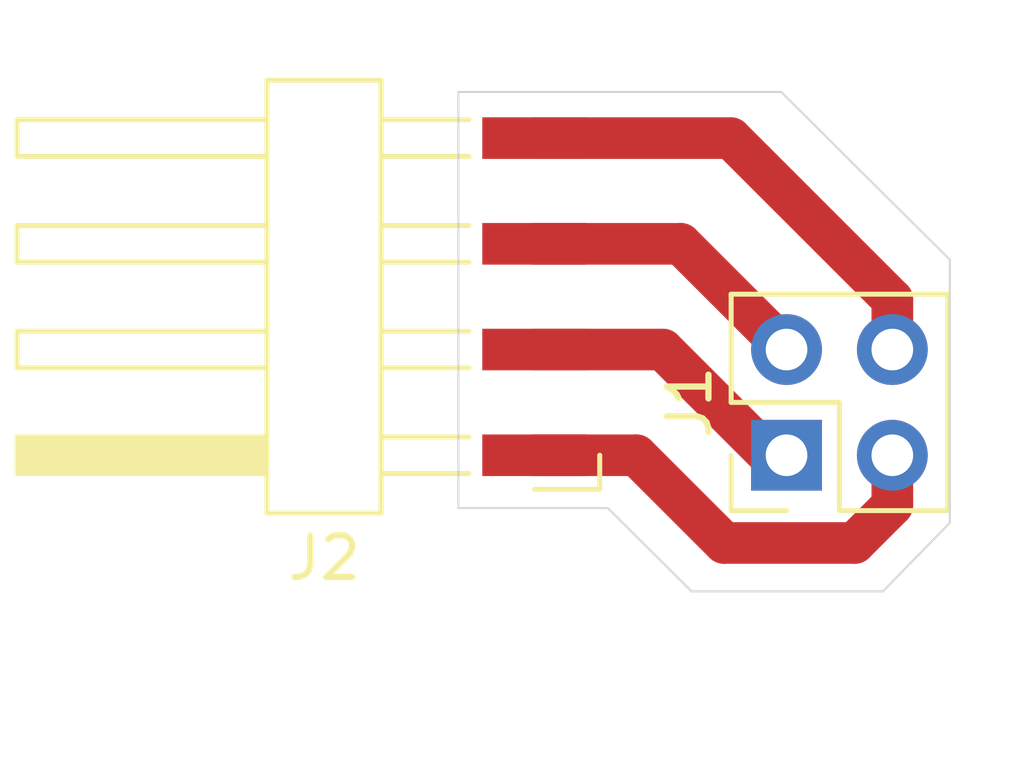
<source format=kicad_pcb>
(kicad_pcb (version 20171130) (host pcbnew 5.1.5+dfsg1-2build2)

  (general
    (thickness 1.6)
    (drawings 8)
    (tracks 13)
    (zones 0)
    (modules 2)
    (nets 5)
  )

  (page A4)
  (layers
    (0 F.Cu signal)
    (31 B.Cu signal)
    (32 B.Adhes user)
    (33 F.Adhes user)
    (34 B.Paste user)
    (35 F.Paste user)
    (36 B.SilkS user)
    (37 F.SilkS user)
    (38 B.Mask user)
    (39 F.Mask user)
    (40 Dwgs.User user)
    (41 Cmts.User user)
    (42 Eco1.User user)
    (43 Eco2.User user)
    (44 Edge.Cuts user)
    (45 Margin user)
    (46 B.CrtYd user)
    (47 F.CrtYd user)
    (48 B.Fab user)
    (49 F.Fab user)
  )

  (setup
    (last_trace_width 1)
    (user_trace_width 1)
    (trace_clearance 0.5)
    (zone_clearance 0.508)
    (zone_45_only no)
    (trace_min 0.2)
    (via_size 0.8)
    (via_drill 0.4)
    (via_min_size 0.4)
    (via_min_drill 0.3)
    (uvia_size 0.3)
    (uvia_drill 0.1)
    (uvias_allowed no)
    (uvia_min_size 0.2)
    (uvia_min_drill 0.1)
    (edge_width 0.05)
    (segment_width 0.2)
    (pcb_text_width 0.3)
    (pcb_text_size 1.5 1.5)
    (mod_edge_width 0.12)
    (mod_text_size 1 1)
    (mod_text_width 0.15)
    (pad_size 1.524 1.524)
    (pad_drill 0.762)
    (pad_to_mask_clearance 0.051)
    (solder_mask_min_width 0.25)
    (aux_axis_origin 0 0)
    (visible_elements FFFFFF7F)
    (pcbplotparams
      (layerselection 0x01000_7fffffff)
      (usegerberextensions false)
      (usegerberattributes false)
      (usegerberadvancedattributes false)
      (creategerberjobfile false)
      (excludeedgelayer true)
      (linewidth 0.100000)
      (plotframeref false)
      (viasonmask false)
      (mode 1)
      (useauxorigin false)
      (hpglpennumber 1)
      (hpglpenspeed 20)
      (hpglpendiameter 15.000000)
      (psnegative false)
      (psa4output false)
      (plotreference true)
      (plotvalue true)
      (plotinvisibletext false)
      (padsonsilk false)
      (subtractmaskfromsilk false)
      (outputformat 1)
      (mirror false)
      (drillshape 0)
      (scaleselection 1)
      (outputdirectory "plot/"))
  )

  (net 0 "")
  (net 1 "Net-(J1-Pad1)")
  (net 2 "Net-(J1-Pad2)")
  (net 3 "Net-(J1-Pad3)")
  (net 4 "Net-(J1-Pad4)")

  (net_class Default "This is the default net class."
    (clearance 0.5)
    (trace_width 0.25)
    (via_dia 0.8)
    (via_drill 0.4)
    (uvia_dia 0.3)
    (uvia_drill 0.1)
    (add_net "Net-(J1-Pad1)")
    (add_net "Net-(J1-Pad2)")
    (add_net "Net-(J1-Pad3)")
    (add_net "Net-(J1-Pad4)")
  )

  (module Connector_PinHeader_2.54mm:PinHeader_2x02_P2.54mm_Vertical (layer F.Cu) (tedit 59FED5CC) (tstamp 63D6C8D0)
    (at 108.38 98.73 90)
    (descr "Through hole straight pin header, 2x02, 2.54mm pitch, double rows")
    (tags "Through hole pin header THT 2x02 2.54mm double row")
    (path /63D6BA86)
    (fp_text reference J1 (at 1.27 -2.33 90) (layer F.SilkS)
      (effects (font (size 1 1) (thickness 0.15)))
    )
    (fp_text value Conn_02x02_Odd_Even (at 1.27 4.87 90) (layer F.Fab)
      (effects (font (size 1 1) (thickness 0.15)))
    )
    (fp_line (start 0 -1.27) (end 3.81 -1.27) (layer F.Fab) (width 0.1))
    (fp_line (start 3.81 -1.27) (end 3.81 3.81) (layer F.Fab) (width 0.1))
    (fp_line (start 3.81 3.81) (end -1.27 3.81) (layer F.Fab) (width 0.1))
    (fp_line (start -1.27 3.81) (end -1.27 0) (layer F.Fab) (width 0.1))
    (fp_line (start -1.27 0) (end 0 -1.27) (layer F.Fab) (width 0.1))
    (fp_line (start -1.33 3.87) (end 3.87 3.87) (layer F.SilkS) (width 0.12))
    (fp_line (start -1.33 1.27) (end -1.33 3.87) (layer F.SilkS) (width 0.12))
    (fp_line (start 3.87 -1.33) (end 3.87 3.87) (layer F.SilkS) (width 0.12))
    (fp_line (start -1.33 1.27) (end 1.27 1.27) (layer F.SilkS) (width 0.12))
    (fp_line (start 1.27 1.27) (end 1.27 -1.33) (layer F.SilkS) (width 0.12))
    (fp_line (start 1.27 -1.33) (end 3.87 -1.33) (layer F.SilkS) (width 0.12))
    (fp_line (start -1.33 0) (end -1.33 -1.33) (layer F.SilkS) (width 0.12))
    (fp_line (start -1.33 -1.33) (end 0 -1.33) (layer F.SilkS) (width 0.12))
    (fp_line (start -1.8 -1.8) (end -1.8 4.35) (layer F.CrtYd) (width 0.05))
    (fp_line (start -1.8 4.35) (end 4.35 4.35) (layer F.CrtYd) (width 0.05))
    (fp_line (start 4.35 4.35) (end 4.35 -1.8) (layer F.CrtYd) (width 0.05))
    (fp_line (start 4.35 -1.8) (end -1.8 -1.8) (layer F.CrtYd) (width 0.05))
    (fp_text user %R (at 1.27 1.27) (layer F.Fab)
      (effects (font (size 1 1) (thickness 0.15)))
    )
    (pad 1 thru_hole rect (at 0 0 90) (size 1.7 1.7) (drill 1) (layers *.Cu *.Mask)
      (net 1 "Net-(J1-Pad1)"))
    (pad 2 thru_hole oval (at 2.54 0 90) (size 1.7 1.7) (drill 1) (layers *.Cu *.Mask)
      (net 2 "Net-(J1-Pad2)"))
    (pad 3 thru_hole oval (at 0 2.54 90) (size 1.7 1.7) (drill 1) (layers *.Cu *.Mask)
      (net 3 "Net-(J1-Pad3)"))
    (pad 4 thru_hole oval (at 2.54 2.54 90) (size 1.7 1.7) (drill 1) (layers *.Cu *.Mask)
      (net 4 "Net-(J1-Pad4)"))
    (model ${KISYS3DMOD}/Connector_PinHeader_2.54mm.3dshapes/PinHeader_2x02_P2.54mm_Vertical.wrl
      (at (xyz 0 0 0))
      (scale (xyz 1 1 1))
      (rotate (xyz 0 0 0))
    )
  )

  (module Connector_Harwin:Harwin_M20-89004xx_1x04_P2.54mm_Horizontal (layer F.Cu) (tedit 5B154A07) (tstamp 63D6C616)
    (at 96.7994 94.9198 180)
    (descr "Harwin Male Horizontal Surface Mount Single Row 2.54mm (0.1 inch) Pitch PCB Connector, M20-89004xx, 4 Pins per row (https://cdn.harwin.com/pdfs/M20-890.pdf), generated with kicad-footprint-generator")
    (tags "connector Harwin M20-890 horizontal")
    (path /63D6AE31)
    (attr smd)
    (fp_text reference J2 (at -0.48 -6.28) (layer F.SilkS)
      (effects (font (size 1 1) (thickness 0.15)))
    )
    (fp_text value Conn_01x04 (at -0.48 6.28) (layer F.Fab)
      (effects (font (size 1 1) (thickness 0.15)))
    )
    (fp_line (start -1.725 -4.13) (end -6.425 -4.13) (layer F.Fab) (width 0.1))
    (fp_line (start -6.425 -4.13) (end -6.425 -3.49) (layer F.Fab) (width 0.1))
    (fp_line (start -6.425 -3.49) (end -1.725 -3.49) (layer F.Fab) (width 0.1))
    (fp_line (start 0.775 -4.13) (end 6.775 -4.13) (layer F.Fab) (width 0.1))
    (fp_line (start 6.775 -4.13) (end 6.775 -3.49) (layer F.Fab) (width 0.1))
    (fp_line (start 6.775 -3.49) (end 0.775 -3.49) (layer F.Fab) (width 0.1))
    (fp_line (start -1.725 -1.59) (end -6.425 -1.59) (layer F.Fab) (width 0.1))
    (fp_line (start -6.425 -1.59) (end -6.425 -0.95) (layer F.Fab) (width 0.1))
    (fp_line (start -6.425 -0.95) (end -1.725 -0.95) (layer F.Fab) (width 0.1))
    (fp_line (start 0.775 -1.59) (end 6.775 -1.59) (layer F.Fab) (width 0.1))
    (fp_line (start 6.775 -1.59) (end 6.775 -0.95) (layer F.Fab) (width 0.1))
    (fp_line (start 6.775 -0.95) (end 0.775 -0.95) (layer F.Fab) (width 0.1))
    (fp_line (start -1.725 0.95) (end -6.425 0.95) (layer F.Fab) (width 0.1))
    (fp_line (start -6.425 0.95) (end -6.425 1.59) (layer F.Fab) (width 0.1))
    (fp_line (start -6.425 1.59) (end -1.725 1.59) (layer F.Fab) (width 0.1))
    (fp_line (start 0.775 0.95) (end 6.775 0.95) (layer F.Fab) (width 0.1))
    (fp_line (start 6.775 0.95) (end 6.775 1.59) (layer F.Fab) (width 0.1))
    (fp_line (start 6.775 1.59) (end 0.775 1.59) (layer F.Fab) (width 0.1))
    (fp_line (start -1.725 3.49) (end -6.425 3.49) (layer F.Fab) (width 0.1))
    (fp_line (start -6.425 3.49) (end -6.425 4.13) (layer F.Fab) (width 0.1))
    (fp_line (start -6.425 4.13) (end -1.725 4.13) (layer F.Fab) (width 0.1))
    (fp_line (start 0.775 3.49) (end 6.775 3.49) (layer F.Fab) (width 0.1))
    (fp_line (start 6.775 3.49) (end 6.775 4.13) (layer F.Fab) (width 0.1))
    (fp_line (start 6.775 4.13) (end 0.775 4.13) (layer F.Fab) (width 0.1))
    (fp_line (start -1.725 -4.68) (end -1.325 -5.08) (layer F.Fab) (width 0.1))
    (fp_line (start -1.325 -5.08) (end 0.775 -5.08) (layer F.Fab) (width 0.1))
    (fp_line (start 0.775 -5.08) (end 0.775 5.08) (layer F.Fab) (width 0.1))
    (fp_line (start 0.775 5.08) (end -1.725 5.08) (layer F.Fab) (width 0.1))
    (fp_line (start -1.725 5.08) (end -1.725 -4.68) (layer F.Fab) (width 0.1))
    (fp_line (start -1.845 -5.2) (end 0.895 -5.2) (layer F.SilkS) (width 0.12))
    (fp_line (start 0.895 -5.2) (end 0.895 5.2) (layer F.SilkS) (width 0.12))
    (fp_line (start 0.895 5.2) (end -1.845 5.2) (layer F.SilkS) (width 0.12))
    (fp_line (start -1.845 5.2) (end -1.845 -5.2) (layer F.SilkS) (width 0.12))
    (fp_line (start -3.955 -4.25) (end -1.845 -4.25) (layer F.SilkS) (width 0.12))
    (fp_line (start -3.955 -3.37) (end -1.845 -3.37) (layer F.SilkS) (width 0.12))
    (fp_line (start 0.895 -4.25) (end 6.895 -4.25) (layer F.SilkS) (width 0.12))
    (fp_line (start 6.895 -4.25) (end 6.895 -3.37) (layer F.SilkS) (width 0.12))
    (fp_line (start 6.895 -3.37) (end 0.895 -3.37) (layer F.SilkS) (width 0.12))
    (fp_line (start -3.955 -1.71) (end -1.845 -1.71) (layer F.SilkS) (width 0.12))
    (fp_line (start -3.955 -0.83) (end -1.845 -0.83) (layer F.SilkS) (width 0.12))
    (fp_line (start 0.895 -1.71) (end 6.895 -1.71) (layer F.SilkS) (width 0.12))
    (fp_line (start 6.895 -1.71) (end 6.895 -0.83) (layer F.SilkS) (width 0.12))
    (fp_line (start 6.895 -0.83) (end 0.895 -0.83) (layer F.SilkS) (width 0.12))
    (fp_line (start -3.955 0.83) (end -1.845 0.83) (layer F.SilkS) (width 0.12))
    (fp_line (start -3.955 1.71) (end -1.845 1.71) (layer F.SilkS) (width 0.12))
    (fp_line (start 0.895 0.83) (end 6.895 0.83) (layer F.SilkS) (width 0.12))
    (fp_line (start 6.895 0.83) (end 6.895 1.71) (layer F.SilkS) (width 0.12))
    (fp_line (start 6.895 1.71) (end 0.895 1.71) (layer F.SilkS) (width 0.12))
    (fp_line (start -3.955 3.37) (end -1.845 3.37) (layer F.SilkS) (width 0.12))
    (fp_line (start -3.955 4.25) (end -1.845 4.25) (layer F.SilkS) (width 0.12))
    (fp_line (start 0.895 3.37) (end 6.895 3.37) (layer F.SilkS) (width 0.12))
    (fp_line (start 6.895 3.37) (end 6.895 4.25) (layer F.SilkS) (width 0.12))
    (fp_line (start 6.895 4.25) (end 0.895 4.25) (layer F.SilkS) (width 0.12))
    (fp_line (start -7.095 -3.81) (end -7.095 -4.63) (layer F.SilkS) (width 0.12))
    (fp_line (start -7.095 -4.63) (end -5.525 -4.63) (layer F.SilkS) (width 0.12))
    (fp_line (start -7.28 -5.58) (end 7.28 -5.58) (layer F.CrtYd) (width 0.05))
    (fp_line (start 7.28 -5.58) (end 7.28 5.58) (layer F.CrtYd) (width 0.05))
    (fp_line (start 7.28 5.58) (end -7.28 5.58) (layer F.CrtYd) (width 0.05))
    (fp_line (start -7.28 5.58) (end -7.28 -5.58) (layer F.CrtYd) (width 0.05))
    (fp_text user %R (at -0.48 0 90) (layer F.Fab)
      (effects (font (size 1 1) (thickness 0.15)))
    )
    (pad 1 smd rect (at -5.525 -3.81 180) (size 2.5 1) (layers F.Cu F.Paste F.Mask)
      (net 3 "Net-(J1-Pad3)"))
    (pad 2 smd rect (at -5.525 -1.27 180) (size 2.5 1) (layers F.Cu F.Paste F.Mask)
      (net 1 "Net-(J1-Pad1)"))
    (pad 3 smd rect (at -5.525 1.27 180) (size 2.5 1) (layers F.Cu F.Paste F.Mask)
      (net 2 "Net-(J1-Pad2)"))
    (pad 4 smd rect (at -5.525 3.81 180) (size 2.5 1) (layers F.Cu F.Paste F.Mask)
      (net 4 "Net-(J1-Pad4)"))
    (pad "" smd rect (at 3.895 -3.81 180) (size 6 0.76) (layers F.SilkS))
    (model ${KISYS3DMOD}/Connector_Harwin.3dshapes/Harwin_M20-89004xx_1x04_P2.54mm_Horizontal.wrl
      (at (xyz 0 0 0))
      (scale (xyz 1 1 1))
      (rotate (xyz 0 0 0))
    )
  )

  (gr_line (start 112.3 100.3554) (end 110.6932 102) (layer Edge.Cuts) (width 0.05))
  (gr_line (start 104.0892 100) (end 106.1 102) (layer Edge.Cuts) (width 0.05))
  (gr_line (start 100.5 100) (end 104.0892 100) (layer Edge.Cuts) (width 0.05))
  (gr_line (start 112.3 94.0308) (end 108.25 90) (layer Edge.Cuts) (width 0.05))
  (gr_line (start 112.3 100.3554) (end 112.3 94.0308) (layer Edge.Cuts) (width 0.05))
  (gr_line (start 100.5 90) (end 108.25 90) (layer Edge.Cuts) (width 0.05))
  (gr_line (start 106.1 102) (end 110.6932 102) (layer Edge.Cuts) (width 0.05))
  (gr_line (start 100.5 100) (end 100.5 90) (layer Edge.Cuts) (width 0.05))

  (segment (start 108.38 98.73) (end 107.9502 98.73) (width 1) (layer F.Cu) (net 1))
  (segment (start 105.41 96.1898) (end 102.3244 96.1898) (width 1) (layer F.Cu) (net 1))
  (segment (start 107.9502 98.73) (end 105.41 96.1898) (width 1) (layer F.Cu) (net 1))
  (segment (start 105.8398 93.6498) (end 108.38 96.19) (width 1) (layer F.Cu) (net 2))
  (segment (start 102.3244 93.6498) (end 105.8398 93.6498) (width 1) (layer F.Cu) (net 2))
  (segment (start 110.92 99.932081) (end 110.014081 100.838) (width 1) (layer F.Cu) (net 3))
  (segment (start 110.92 98.73) (end 110.92 99.932081) (width 1) (layer F.Cu) (net 3))
  (segment (start 110.014081 100.838) (end 106.8832 100.838) (width 1) (layer F.Cu) (net 3))
  (segment (start 104.775 98.7298) (end 102.3244 98.7298) (width 1) (layer F.Cu) (net 3))
  (segment (start 106.8832 100.838) (end 104.775 98.7298) (width 1) (layer F.Cu) (net 3))
  (segment (start 110.92 94.987919) (end 110.92 96.19) (width 1) (layer F.Cu) (net 4))
  (segment (start 107.041881 91.1098) (end 110.92 94.987919) (width 1) (layer F.Cu) (net 4))
  (segment (start 102.3244 91.1098) (end 107.041881 91.1098) (width 1) (layer F.Cu) (net 4))

)

</source>
